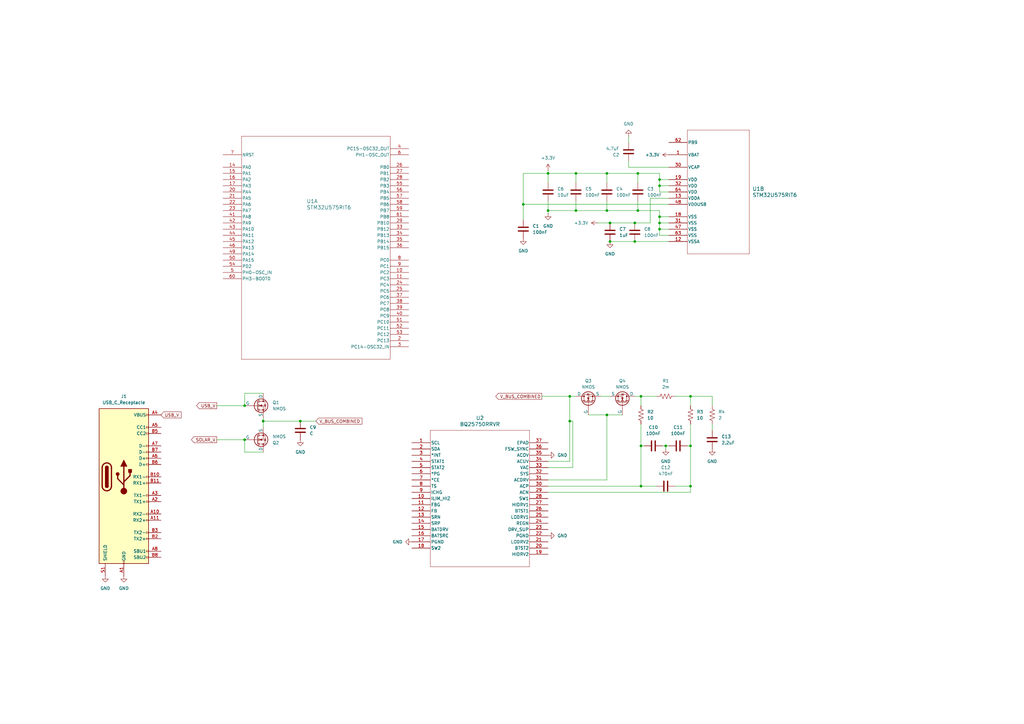
<source format=kicad_sch>
(kicad_sch (version 20250114) (generator "eeschema") (generator_version "9.0")
  (paper "A3")
  (title_block (title "InspireFly EPS Board") (date "2025-04-30") (rev "0.1") (company "InspireFly"))
  (lib_symbols
    (symbol "Connector:USB_C_Receptacle" (pin_names (offset 1.016))
      (property "Reference" "J" (at -10.16 29.21 0))
      (property "Value" "USB_C_Receptacle" (at 10.16 29.21 0))
      (symbol "USB_C_Receptacle_0_0"
        (rectangle (start -0.254 -35.56) (end 0.254 -34.544))
        (rectangle (start 10.16 25.654) (end 9.144 25.146))
        (rectangle (start 10.16 20.574) (end 9.144 20.066))
        (rectangle (start 10.16 18.034) (end 9.144 17.526))
        (rectangle (start 10.16 12.954) (end 9.144 12.446))
        (rectangle (start 10.16 10.414) (end 9.144 9.906))
        (rectangle (start 10.16 7.874) (end 9.144 7.366))
        (rectangle (start 10.16 5.334) (end 9.144 4.826))
        (rectangle (start 10.16 0.254) (end 9.144 -0.254))
        (rectangle (start 10.16 -2.286) (end 9.144 -2.794))
        (rectangle (start 10.16 -7.366) (end 9.144 -7.874))
        (rectangle (start 10.16 -9.906) (end 9.144 -10.414))
        (rectangle (start 10.16 -14.986) (end 9.144 -15.494))
        (rectangle (start 10.16 -17.526) (end 9.144 -18.034))
        (rectangle (start 10.16 -22.606) (end 9.144 -23.114))
        (rectangle (start 10.16 -25.146) (end 9.144 -25.654))
        (rectangle (start 10.16 -30.226) (end 9.144 -30.734))
        (rectangle (start 10.16 -32.766) (end 9.144 -33.274))
      )
      (symbol "USB_C_Receptacle_0_1"
        (rectangle (start -10.16 27.94) (end 10.16 -35.56) (stroke (width 0.254)) (fill (type background)))
        (polyline (pts (xy -8.89 -3.81) (xy -8.89 3.81)) (stroke (width 0.508)))
        (rectangle (start -7.62 -3.81) (end -6.35 3.81) (stroke (width 0.254)) (fill (type outline)))
        (arc (start -7.62 3.81) (mid -6.985 4.4423) (end -6.35 3.81) (stroke (width 0.254)))
        (arc (start -7.62 3.81) (mid -6.985 4.4423) (end -6.35 3.81) (stroke (width 0.254)) (fill (type outline)))
        (arc (start -8.89 3.81) (mid -6.985 5.7067) (end -5.08 3.81) (stroke (width 0.508)))
        (arc (start -5.08 -3.81) (mid -6.985 -5.7067) (end -8.89 -3.81) (stroke (width 0.508)))
        (arc (start -6.35 -3.81) (mid -6.985 -4.4423) (end -7.62 -3.81) (stroke (width 0.254)))
        (arc (start -6.35 -3.81) (mid -6.985 -4.4423) (end -7.62 -3.81) (stroke (width 0.254)) (fill (type outline)))
        (polyline (pts (xy -5.08 3.81) (xy -5.08 -3.81)) (stroke (width 0.508)))
      )
      (symbol "USB_C_Receptacle_1_1"
        (circle (center -2.54 1.143) (radius 0.635) (stroke (width 0.254)) (fill (type outline)))
        (polyline (pts (xy -1.27 4.318) (xy 0 6.858) (xy 1.27 4.318) (xy -1.27 4.318)) (stroke (width 0.254)) (fill (type outline)))
        (polyline (pts (xy 0 -2.032) (xy 2.54 0.508) (xy 2.54 1.778)) (stroke (width 0.508)))
        (polyline (pts (xy 0 -3.302) (xy -2.54 -0.762) (xy -2.54 0.508)) (stroke (width 0.508)))
        (polyline (pts (xy 0 -5.842) (xy 0 4.318)) (stroke (width 0.508)))
        (circle (center 0 -5.842) (radius 1.27) (fill (type outline)))
        (rectangle (start 1.905 1.778) (end 3.175 3.048) (stroke (width 0.254)) (fill (type outline)))
        (pin passive line (at -7.62 -40.64 90) (length 5.08) (name "SHIELD") (number "S1"))
        (pin passive line (at 0 -40.64 90) (length 5.08) (name "GND") (number "A1"))
        (pin passive line (at 0 -40.64 90) (length 5.08) (hide yes) (name "GND") (number "A12"))
        (pin passive line (at 0 -40.64 90) (length 5.08) (hide yes) (name "GND") (number "B1"))
        (pin passive line (at 0 -40.64 90) (length 5.08) (hide yes) (name "GND") (number "B12"))
        (pin passive line (at 15.24 25.4 180) (length 5.08) (name "VBUS") (number "A4"))
        (pin passive line (at 15.24 25.4 180) (length 5.08) (hide yes) (name "VBUS") (number "A9"))
        (pin passive line (at 15.24 25.4 180) (length 5.08) (hide yes) (name "VBUS") (number "B4"))
        (pin passive line (at 15.24 25.4 180) (length 5.08) (hide yes) (name "VBUS") (number "B9"))
        (pin bidirectional line (at 15.24 20.32 180) (length 5.08) (name "CC1") (number "A5"))
        (pin bidirectional line (at 15.24 17.78 180) (length 5.08) (name "CC2") (number "B5"))
        (pin bidirectional line (at 15.24 12.7 180) (length 5.08) (name "D-") (number "A7"))
        (pin bidirectional line (at 15.24 10.16 180) (length 5.08) (name "D-") (number "B7"))
        (pin bidirectional line (at 15.24 7.62 180) (length 5.08) (name "D+") (number "A6"))
        (pin bidirectional line (at 15.24 5.08 180) (length 5.08) (name "D+") (number "B6"))
        (pin bidirectional line (at 15.24 0 180) (length 5.08) (name "RX1-") (number "B10"))
        (pin bidirectional line (at 15.24 -2.54 180) (length 5.08) (name "RX1+") (number "B11"))
        (pin bidirectional line (at 15.24 -7.62 180) (length 5.08) (name "TX1-") (number "A3"))
        (pin bidirectional line (at 15.24 -10.16 180) (length 5.08) (name "TX1+") (number "A2"))
        (pin bidirectional line (at 15.24 -15.24 180) (length 5.08) (name "RX2-") (number "A10"))
        (pin bidirectional line (at 15.24 -17.78 180) (length 5.08) (name "RX2+") (number "A11"))
        (pin bidirectional line (at 15.24 -22.86 180) (length 5.08) (name "TX2-") (number "B3"))
        (pin bidirectional line (at 15.24 -25.4 180) (length 5.08) (name "TX2+") (number "B2"))
        (pin bidirectional line (at 15.24 -30.48 180) (length 5.08) (name "SBU1") (number "A8"))
        (pin bidirectional line (at 15.24 -33.02 180) (length 5.08) (name "SBU2") (number "B8"))
      )
    )
    (symbol "Device:C" (pin_numbers (hide yes)) (pin_names (offset 0.254))
      (property "Reference" "C" (at 0.635 2.54 0))
      (property "Value" "C" (at 0.635 -2.54 0))
      (symbol "C_0_1"
        (polyline (pts (xy -2.032 0.762) (xy 2.032 0.762)) (stroke (width 0.508)))
        (polyline (pts (xy -2.032 -0.762) (xy 2.032 -0.762)) (stroke (width 0.508)))
      )
      (symbol "C_1_1"
        (pin passive line (at 0 3.81 270) (length 2.794) (name "~") (number "1"))
        (pin passive line (at 0 -3.81 90) (length 2.794) (name "~") (number "2"))
      )
    )
    (symbol "Device:R_US" (pin_numbers (hide yes)) (pin_names (offset 0))
      (property "Reference" "R" (at 2.54 0 90))
      (property "Value" "R_US" (at -2.54 0 90))
      (symbol "R_US_0_1"
        (polyline (pts (xy 0 2.286) (xy 0 2.54)))
        (polyline (pts (xy 0 2.286) (xy 1.016 1.905) (xy 0 1.524) (xy -1.016 1.143) (xy 0 0.762)))
        (polyline (pts (xy 0 0.762) (xy 1.016 0.381) (xy 0 0) (xy -1.016 -0.381) (xy 0 -0.762)))
        (polyline (pts (xy 0 -0.762) (xy 1.016 -1.143) (xy 0 -1.524) (xy -1.016 -1.905) (xy 0 -2.286)))
        (polyline (pts (xy 0 -2.286) (xy 0 -2.54)))
      )
      (symbol "R_US_1_1"
        (pin passive line (at 0 3.81 270) (length 1.27) (name "~") (number "1"))
        (pin passive line (at 0 -3.81 90) (length 1.27) (name "~") (number "2"))
      )
    )
    (symbol "InspireFly-EPS-sym_lib:BQ25750RRVR" (pin_names (offset 0.254))
      (property "Reference" "U" (at 27.94 10.16 0))
      (property "Value" "BQ25750RRVR" (at 27.94 7.62 0))
      (symbol "BQ25750RRVR_0_1"
        (polyline (pts (xy 7.62 5.08) (xy 7.62 -50.8)) (stroke (width 0.127)))
        (polyline (pts (xy 7.62 -50.8) (xy 48.26 -50.8)) (stroke (width 0.127)))
        (polyline (pts (xy 48.26 5.08) (xy 7.62 5.08)) (stroke (width 0.127)))
        (polyline (pts (xy 48.26 -50.8) (xy 48.26 5.08)) (stroke (width 0.127)))
        (pin input line (at 0 0 0) (length 7.62) (name "SCL") (number "1"))
        (pin bidirectional line (at 0 -2.54 0) (length 7.62) (name "SDA") (number "2"))
        (pin output line (at 0 -5.08 0) (length 7.62) (name "*INT") (number "3"))
        (pin output line (at 0 -7.62 0) (length 7.62) (name "STAT1") (number "4"))
        (pin output line (at 0 -10.16 0) (length 7.62) (name "STAT2") (number "5"))
        (pin output line (at 0 -12.7 0) (length 7.62) (name "*PG") (number "6"))
        (pin bidirectional line (at 0 -15.24 0) (length 7.62) (name "*CE") (number "7"))
        (pin input line (at 0 -17.78 0) (length 7.62) (name "TS") (number "8"))
        (pin input line (at 0 -20.32 0) (length 7.62) (name "ICHG") (number "9"))
        (pin input line (at 0 -22.86 0) (length 7.62) (name "ILIM_HIZ") (number "10"))
        (pin input line (at 0 -25.4 0) (length 7.62) (name "FBG") (number "11"))
        (pin input line (at 0 -27.94 0) (length 7.62) (name "FB") (number "12"))
        (pin input line (at 0 -30.48 0) (length 7.62) (name "SRN") (number "13"))
        (pin input line (at 0 -33.02 0) (length 7.62) (name "SRP") (number "14"))
        (pin output line (at 0 -35.56 0) (length 7.62) (name "BATDRV") (number "15"))
        (pin input line (at 0 -38.1 0) (length 7.62) (name "BATSRC") (number "16"))
        (pin power_out line (at 0 -40.64 0) (length 7.62) (name "PGND") (number "17"))
        (pin power_in line (at 0 -43.18 0) (length 7.62) (name "SW2") (number "18"))
        (pin power_out line (at 55.88 0 180) (length 7.62) (name "EPAD") (number "37"))
        (pin power_in line (at 55.88 -2.54 180) (length 7.62) (name "FSW_SYNC") (number "36"))
        (pin input line (at 55.88 -5.08 180) (length 7.62) (name "ACOV") (number "35"))
        (pin input line (at 55.88 -7.62 180) (length 7.62) (name "ACUV") (number "34"))
        (pin input line (at 55.88 -10.16 180) (length 7.62) (name "VAC") (number "33"))
        (pin input line (at 55.88 -12.7 180) (length 7.62) (name "SYS") (number "32"))
        (pin output line (at 55.88 -15.24 180) (length 7.62) (name "ACDRV") (number "31"))
        (pin input line (at 55.88 -17.78 180) (length 7.62) (name "ACP") (number "30"))
        (pin input line (at 55.88 -20.32 180) (length 7.62) (name "ACN") (number "29"))
        (pin power_in line (at 55.88 -22.86 180) (length 7.62) (name "SW1") (number "28"))
        (pin output line (at 55.88 -25.4 180) (length 7.62) (name "HIDRV1") (number "27"))
        (pin power_in line (at 55.88 -27.94 180) (length 7.62) (name "BTST1") (number "26"))
        (pin output line (at 55.88 -30.48 180) (length 7.62) (name "LODRV1") (number "25"))
        (pin power_in line (at 55.88 -33.02 180) (length 7.62) (name "REGN") (number "24"))
        (pin power_in line (at 55.88 -35.56 180) (length 7.62) (name "DRV_SUP") (number "23"))
        (pin power_in line (at 55.88 -38.1 180) (length 7.62) (name "PGND") (number "22"))
        (pin output line (at 55.88 -40.64 180) (length 7.62) (name "LODRV2") (number "21"))
        (pin power_in line (at 55.88 -43.18 180) (length 7.62) (name "BTST2") (number "20"))
        (pin output line (at 55.88 -45.72 180) (length 7.62) (name "HIDRV2") (number "19"))
      )
    )
    (symbol "InspireFly-EPS-sym_lib:STM32U575RIT6" (pin_names (offset 0.254))
      (property "Reference" "U" (at 38.1 12.7 0))
      (property "Value" "STM32U575RIT6" (at 38.1 10.16 0))
      (symbol "STM32U575RIT6_1_1"
        (polyline (pts (xy 7.62 7.62) (xy 7.62 -83.82)) (stroke (width 0.127)))
        (polyline (pts (xy 7.62 -83.82) (xy 68.58 -83.82)) (stroke (width 0.127)))
        (polyline (pts (xy 68.58 7.62) (xy 7.62 7.62)) (stroke (width 0.127)))
        (polyline (pts (xy 68.58 -83.82) (xy 68.58 7.62)) (stroke (width 0.127)))
        (pin bidirectional line (at 0 0 0) (length 7.62) (name "NRST") (number "7"))
        (pin bidirectional line (at 0 -5.08 0) (length 7.62) (name "PA0") (number "14"))
        (pin bidirectional line (at 0 -7.62 0) (length 7.62) (name "PA1") (number "15"))
        (pin bidirectional line (at 0 -10.16 0) (length 7.62) (name "PA2") (number "16"))
        (pin bidirectional line (at 0 -12.7 0) (length 7.62) (name "PA3") (number "17"))
        (pin bidirectional line (at 0 -15.24 0) (length 7.62) (name "PA4") (number "20"))
        (pin bidirectional line (at 0 -17.78 0) (length 7.62) (name "PA5") (number "21"))
        (pin bidirectional line (at 0 -20.32 0) (length 7.62) (name "PA6") (number "22"))
        (pin bidirectional line (at 0 -22.86 0) (length 7.62) (name "PA7") (number "23"))
        (pin bidirectional line (at 0 -25.4 0) (length 7.62) (name "PA8") (number "41"))
        (pin bidirectional line (at 0 -27.94 0) (length 7.62) (name "PA9") (number "42"))
        (pin bidirectional line (at 0 -30.48 0) (length 7.62) (name "PA10") (number "43"))
        (pin bidirectional line (at 0 -33.02 0) (length 7.62) (name "PA11") (number "44"))
        (pin bidirectional line (at 0 -35.56 0) (length 7.62) (name "PA12") (number "45"))
        (pin bidirectional line (at 0 -38.1 0) (length 7.62) (name "PA13") (number "46"))
        (pin bidirectional line (at 0 -40.64 0) (length 7.62) (name "PA14") (number "49"))
        (pin bidirectional line (at 0 -43.18 0) (length 7.62) (name "PA15") (number "50"))
        (pin bidirectional line (at 0 -45.72 0) (length 7.62) (name "PD2") (number "54"))
        (pin bidirectional line (at 0 -48.26 0) (length 7.62) (name "PH0-OSC_IN") (number "5"))
        (pin bidirectional line (at 0 -50.8 0) (length 7.62) (name "PH3-BOOT0") (number "60"))
        (pin bidirectional line (at 76.2 2.54 180) (length 7.62) (name "PC15-OSC32_OUT") (number "4"))
        (pin bidirectional line (at 76.2 0 180) (length 7.62) (name "PH1-OSC_OUT") (number "6"))
        (pin bidirectional line (at 76.2 -5.08 180) (length 7.62) (name "PB0") (number "26"))
        (pin bidirectional line (at 76.2 -7.62 180) (length 7.62) (name "PB1") (number "27"))
        (pin bidirectional line (at 76.2 -10.16 180) (length 7.62) (name "PB2") (number "28"))
        (pin bidirectional line (at 76.2 -12.7 180) (length 7.62) (name "PB3") (number "55"))
        (pin bidirectional line (at 76.2 -15.24 180) (length 7.62) (name "PB4") (number "56"))
        (pin bidirectional line (at 76.2 -17.78 180) (length 7.62) (name "PB5") (number "57"))
        (pin bidirectional line (at 76.2 -20.32 180) (length 7.62) (name "PB6") (number "58"))
        (pin bidirectional line (at 76.2 -22.86 180) (length 7.62) (name "PB7") (number "59"))
        (pin bidirectional line (at 76.2 -25.4 180) (length 7.62) (name "PB8") (number "61"))
        (pin bidirectional line (at 76.2 -27.94 180) (length 7.62) (name "PB10") (number "29"))
        (pin bidirectional line (at 76.2 -30.48 180) (length 7.62) (name "PB12") (number "33"))
        (pin bidirectional line (at 76.2 -33.02 180) (length 7.62) (name "PB13") (number "34"))
        (pin bidirectional line (at 76.2 -35.56 180) (length 7.62) (name "PB14") (number "35"))
        (pin bidirectional line (at 76.2 -38.1 180) (length 7.62) (name "PB15") (number "36"))
        (pin bidirectional line (at 76.2 -43.18 180) (length 7.62) (name "PC0") (number "8"))
        (pin bidirectional line (at 76.2 -45.72 180) (length 7.62) (name "PC1") (number "9"))
        (pin bidirectional line (at 76.2 -48.26 180) (length 7.62) (name "PC2") (number "10"))
        (pin bidirectional line (at 76.2 -50.8 180) (length 7.62) (name "PC3") (number "11"))
        (pin bidirectional line (at 76.2 -53.34 180) (length 7.62) (name "PC4") (number "24"))
        (pin bidirectional line (at 76.2 -55.88 180) (length 7.62) (name "PC5") (number "25"))
        (pin bidirectional line (at 76.2 -58.42 180) (length 7.62) (name "PC6") (number "37"))
        (pin bidirectional line (at 76.2 -60.96 180) (length 7.62) (name "PC7") (number "38"))
        (pin bidirectional line (at 76.2 -63.5 180) (length 7.62) (name "PC8") (number "39"))
        (pin bidirectional line (at 76.2 -66.04 180) (length 7.62) (name "PC9") (number "40"))
        (pin bidirectional line (at 76.2 -68.58 180) (length 7.62) (name "PC10") (number "51"))
        (pin bidirectional line (at 76.2 -71.12 180) (length 7.62) (name "PC11") (number "52"))
        (pin bidirectional line (at 76.2 -73.66 180) (length 7.62) (name "PC12") (number "53"))
        (pin bidirectional line (at 76.2 -76.2 180) (length 7.62) (name "PC13") (number "2"))
        (pin bidirectional line (at 76.2 -78.74 180) (length 7.62) (name "PC14-OSC32_IN") (number "3"))
      )
      (symbol "STM32U575RIT6_2_1"
        (polyline (pts (xy 7.62 5.08) (xy 7.62 -45.72)) (stroke (width 0.127)))
        (polyline (pts (xy 7.62 -45.72) (xy 33.02 -45.72)) (stroke (width 0.127)))
        (polyline (pts (xy 33.02 5.08) (xy 7.62 5.08)) (stroke (width 0.127)))
        (polyline (pts (xy 33.02 -45.72) (xy 33.02 5.08)) (stroke (width 0.127)))
        (pin bidirectional line (at 0 0 0) (length 7.62) (name "PB9") (number "62"))
        (pin power_in line (at 0 -5.08 0) (length 7.62) (name "VBAT") (number "1"))
        (pin power_in line (at 0 -10.16 0) (length 7.62) (name "VCAP") (number "30"))
        (pin power_in line (at 0 -15.24 0) (length 7.62) (name "VDD") (number "19"))
        (pin power_in line (at 0 -17.78 0) (length 7.62) (name "VDD") (number "32"))
        (pin power_in line (at 0 -20.32 0) (length 7.62) (name "VDD") (number "64"))
        (pin power_in line (at 0 -22.86 0) (length 7.62) (name "VDDA") (number "13"))
        (pin power_in line (at 0 -25.4 0) (length 7.62) (name "VDDUSB") (number "48"))
        (pin power_in line (at 0 -30.48 0) (length 7.62) (name "VSS") (number "18"))
        (pin power_in line (at 0 -33.02 0) (length 7.62) (name "VSS") (number "31"))
        (pin power_in line (at 0 -35.56 0) (length 7.62) (name "VSS") (number "47"))
        (pin power_in line (at 0 -38.1 0) (length 7.62) (name "VSS") (number "63"))
        (pin power_in line (at 0 -40.64 0) (length 7.62) (name "VSSA") (number "12"))
      )
    )
    (symbol "Simulation_SPICE:NMOS" (pin_numbers (hide yes)) (pin_names (offset 0))
      (property "Reference" "Q" (at 5.08 1.27 0))
      (property "Value" "NMOS" (at 5.08 -1.27 0))
      (symbol "NMOS_0_1"
        (polyline (pts (xy 0.254 1.905) (xy 0.254 -1.905)) (stroke (width 0.254)))
        (polyline (pts (xy 0.254 0) (xy -2.54 0)))
        (polyline (pts (xy 0.762 2.286) (xy 0.762 1.27)) (stroke (width 0.254)))
        (polyline (pts (xy 0.762 0.508) (xy 0.762 -0.508)) (stroke (width 0.254)))
        (polyline (pts (xy 0.762 -1.27) (xy 0.762 -2.286)) (stroke (width 0.254)))
        (polyline (pts (xy 0.762 -1.778) (xy 3.302 -1.778) (xy 3.302 1.778) (xy 0.762 1.778)))
        (polyline (pts (xy 1.016 0) (xy 2.032 0.381) (xy 2.032 -0.381) (xy 1.016 0)) (fill (type outline)))
        (circle (center 1.651 0) (radius 2.794) (stroke (width 0.254)))
        (polyline (pts (xy 2.54 2.54) (xy 2.54 1.778)))
        (circle (center 2.54 1.778) (radius 0.254) (fill (type outline)))
        (circle (center 2.54 -1.778) (radius 0.254) (fill (type outline)))
        (polyline (pts (xy 2.54 -2.54) (xy 2.54 0) (xy 0.762 0)))
        (polyline (pts (xy 2.794 0.508) (xy 2.921 0.381) (xy 3.683 0.381) (xy 3.81 0.254)))
        (polyline (pts (xy 3.302 0.381) (xy 2.921 -0.254) (xy 3.683 -0.254) (xy 3.302 0.381)))
      )
      (symbol "NMOS_1_1"
        (pin input line (at -5.08 0 0) (length 2.54) (name "G") (number "2"))
        (pin passive line (at 2.54 5.08 270) (length 2.54) (name "D") (number "1"))
        (pin passive line (at 2.54 -5.08 90) (length 2.54) (name "S") (number "3"))
      )
    )
    (symbol "power:+3.3V" (power) (pin_numbers (hide yes)) (pin_names (offset 0) (hide yes))
      (property "Value" "+3.3V" (at 0 3.556 0))
      (symbol "+3.3V_0_1"
        (polyline (pts (xy -0.762 1.27) (xy 0 2.54)))
        (polyline (pts (xy 0 2.54) (xy 0.762 1.27)))
        (polyline (pts (xy 0 0) (xy 0 2.54)))
      )
      (symbol "+3.3V_1_1"
        (pin power_in line (at 0 0 90) (length 0) (name "~") (number "1"))
      )
    )
    (symbol "power:GND" (power) (pin_numbers (hide yes)) (pin_names (offset 0) (hide yes))
      (property "Value" "GND" (at 0 -3.81 0))
      (symbol "GND_0_1"
        (polyline (pts (xy 0 0) (xy 0 -1.27) (xy 1.27 -1.27) (xy 0 -2.54) (xy -1.27 -1.27) (xy 0 -1.27)))
      )
      (symbol "GND_1_1"
        (pin power_in line (at 0 0 270) (length 0) (name "~") (number "1"))
      )
    )
  )
  (junction (at 236.22 71.12))
  (junction (at 270.51 88.9))
  (junction (at 248.92 86.36))
  (junction (at 262.89 182.88))
  (junction (at 250.19 99.06))
  (junction (at 233.68 162.56))
  (junction (at 250.19 91.44))
  (junction (at 270.51 73.66))
  (junction (at 261.62 86.36))
  (junction (at 236.22 86.36))
  (junction (at 283.21 199.39))
  (junction (at 270.51 91.44))
  (junction (at 233.68 172.72))
  (junction (at 224.79 71.12))
  (junction (at 262.89 199.39))
  (junction (at 283.21 162.56))
  (junction (at 270.51 76.2))
  (junction (at 261.62 71.12))
  (junction (at 100.33 180.34))
  (junction (at 283.21 182.88))
  (junction (at 100.33 166.37))
  (junction (at 262.89 162.56))
  (junction (at 270.51 93.98))
  (junction (at 273.05 182.88))
  (junction (at 260.35 91.44))
  (junction (at 224.79 86.36))
  (junction (at 107.95 172.72))
  (junction (at 248.92 170.18))
  (junction (at 248.92 71.12))
  (junction (at 260.35 99.06))
  (junction (at 214.63 83.82))
  (junction (at 123.19 172.72))
  (wire (pts (xy 270.51 96.52) (xy 274.32 96.52)))
  (wire (pts (xy 107.95 172.72) (xy 123.19 172.72)))
  (wire (pts (xy 270.51 93.98) (xy 270.51 96.52)))
  (wire (pts (xy 260.35 99.06) (xy 274.32 99.06)))
  (wire (pts (xy 234.95 191.77) (xy 234.95 172.72)))
  (wire (pts (xy 236.22 71.12) (xy 248.92 71.12)))
  (wire (pts (xy 262.89 162.56) (xy 262.89 166.37)))
  (wire (pts (xy 248.92 71.12) (xy 261.62 71.12)))
  (wire (pts (xy 274.32 81.28) (xy 266.7 81.28)))
  (wire (pts (xy 224.79 86.36) (xy 236.22 86.36)))
  (wire (pts (xy 270.51 91.44) (xy 270.51 93.98)))
  (wire (pts (xy 262.89 199.39) (xy 269.24 199.39)))
  (wire (pts (xy 250.19 91.44) (xy 260.35 91.44)))
  (wire (pts (xy 283.21 166.37) (xy 283.21 162.56)))
  (wire (pts (xy 270.51 91.44) (xy 274.32 91.44)))
  (wire (pts (xy 262.89 173.99) (xy 262.89 182.88)))
  (wire (pts (xy 100.33 161.29) (xy 100.33 166.37)))
  (wire (pts (xy 248.92 86.36) (xy 261.62 86.36)))
  (wire (pts (xy 248.92 170.18) (xy 255.27 170.18)))
  (wire (pts (xy 88.9 166.37) (xy 100.33 166.37)))
  (wire (pts (xy 248.92 196.85) (xy 224.79 196.85)))
  (wire (pts (xy 214.63 71.12) (xy 214.63 83.82)))
  (wire (pts (xy 283.21 182.88) (xy 283.21 173.99)))
  (wire (pts (xy 246.38 162.56) (xy 250.19 162.56)))
  (wire (pts (xy 292.1 173.99) (xy 292.1 176.53)))
  (wire (pts (xy 283.21 199.39) (xy 276.86 199.39)))
  (wire (pts (xy 224.79 69.85) (xy 224.79 71.12)))
  (wire (pts (xy 274.32 78.74) (xy 270.51 78.74)))
  (wire (pts (xy 224.79 71.12) (xy 236.22 71.12)))
  (wire (pts (xy 283.21 182.88) (xy 283.21 199.39)))
  (wire (pts (xy 107.95 185.42) (xy 100.33 185.42)))
  (wire (pts (xy 273.05 182.88) (xy 274.32 182.88)))
  (wire (pts (xy 274.32 88.9) (xy 270.51 88.9)))
  (wire (pts (xy 270.51 71.12) (xy 270.51 73.66)))
  (wire (pts (xy 224.79 71.12) (xy 214.63 71.12)))
  (wire (pts (xy 270.51 76.2) (xy 274.32 76.2)))
  (wire (pts (xy 261.62 71.12) (xy 261.62 74.93)))
  (wire (pts (xy 236.22 82.55) (xy 236.22 86.36)))
  (wire (pts (xy 257.81 66.04) (xy 257.81 68.58)))
  (wire (pts (xy 248.92 170.18) (xy 248.92 196.85)))
  (wire (pts (xy 224.79 191.77) (xy 234.95 191.77)))
  (wire (pts (xy 270.51 73.66) (xy 274.32 73.66)))
  (wire (pts (xy 262.89 162.56) (xy 269.24 162.56)))
  (wire (pts (xy 233.68 162.56) (xy 233.68 172.72)))
  (wire (pts (xy 270.51 93.98) (xy 274.32 93.98)))
  (wire (pts (xy 123.19 172.72) (xy 129.54 172.72)))
  (wire (pts (xy 214.63 83.82) (xy 274.32 83.82)))
  (wire (pts (xy 261.62 71.12) (xy 270.51 71.12)))
  (wire (pts (xy 270.51 78.74) (xy 270.51 76.2)))
  (wire (pts (xy 107.95 171.45) (xy 107.95 172.72)))
  (wire (pts (xy 250.19 99.06) (xy 260.35 99.06)))
  (wire (pts (xy 270.51 76.2) (xy 270.51 73.66)))
  (wire (pts (xy 245.11 91.44) (xy 250.19 91.44)))
  (wire (pts (xy 262.89 182.88) (xy 264.16 182.88)))
  (wire (pts (xy 224.79 71.12) (xy 224.79 74.93)))
  (wire (pts (xy 261.62 86.36) (xy 270.51 86.36)))
  (wire (pts (xy 261.62 82.55) (xy 261.62 86.36)))
  (wire (pts (xy 233.68 172.72) (xy 233.68 189.23)))
  (wire (pts (xy 276.86 162.56) (xy 283.21 162.56)))
  (wire (pts (xy 224.79 82.55) (xy 224.79 86.36)))
  (wire (pts (xy 257.81 68.58) (xy 274.32 68.58)))
  (wire (pts (xy 222.25 162.56) (xy 233.68 162.56)))
  (wire (pts (xy 214.63 83.82) (xy 214.63 90.17)))
  (wire (pts (xy 281.94 182.88) (xy 283.21 182.88)))
  (wire (pts (xy 224.79 86.36) (xy 224.79 87.63)))
  (wire (pts (xy 257.81 55.88) (xy 257.81 58.42)))
  (wire (pts (xy 236.22 86.36) (xy 248.92 86.36)))
  (wire (pts (xy 100.33 185.42) (xy 100.33 180.34)))
  (wire (pts (xy 283.21 162.56) (xy 292.1 162.56)))
  (wire (pts (xy 270.51 88.9) (xy 270.51 91.44)))
  (wire (pts (xy 283.21 199.39) (xy 283.21 201.93)))
  (wire (pts (xy 292.1 162.56) (xy 292.1 166.37)))
  (wire (pts (xy 260.35 91.44) (xy 266.7 91.44)))
  (wire (pts (xy 260.35 162.56) (xy 262.89 162.56)))
  (wire (pts (xy 266.7 81.28) (xy 266.7 91.44)))
  (wire (pts (xy 262.89 182.88) (xy 262.89 199.39)))
  (wire (pts (xy 273.05 182.88) (xy 273.05 184.15)))
  (wire (pts (xy 224.79 199.39) (xy 262.89 199.39)))
  (wire (pts (xy 233.68 162.56) (xy 236.22 162.56)))
  (wire (pts (xy 236.22 71.12) (xy 236.22 74.93)))
  (wire (pts (xy 233.68 189.23) (xy 224.79 189.23)))
  (wire (pts (xy 233.68 172.72) (xy 234.95 172.72)))
  (wire (pts (xy 271.78 182.88) (xy 273.05 182.88)))
  (wire (pts (xy 107.95 161.29) (xy 100.33 161.29)))
  (wire (pts (xy 107.95 172.72) (xy 107.95 175.26)))
  (wire (pts (xy 224.79 201.93) (xy 283.21 201.93)))
  (wire (pts (xy 241.3 170.18) (xy 248.92 170.18)))
  (wire (pts (xy 248.92 71.12) (xy 248.92 74.93)))
  (wire (pts (xy 270.51 86.36) (xy 270.51 88.9)))
  (wire (pts (xy 248.92 82.55) (xy 248.92 86.36)))
  (wire (pts (xy 88.9 180.34) (xy 100.33 180.34)))
  (global_label "V_BUS_COMBINED" (shape output) (at 222.25 162.56 180) (property "Intersheetrefs" "${INTERSHEET_REFS}" (effects (hide yes))))
  (global_label "USB_V" (shape output) (at 88.9 166.37 180) (property "Intersheetrefs" "${INTERSHEET_REFS}" (effects (hide yes))))
  (global_label "SOLAR_V" (shape output) (at 88.9 180.34 180) (property "Intersheetrefs" "${INTERSHEET_REFS}" (effects (hide yes))))
  (global_label "USB_V" (shape input) (at 66.04 170.18 0) (property "Intersheetrefs" "${INTERSHEET_REFS}" (effects (hide yes))))
  (global_label "V_BUS_COMBINED" (shape input) (at 129.54 172.72 0) (property "Intersheetrefs" "${INTERSHEET_REFS}" (effects (hide yes))))
  (symbol (lib_id "Device:C") (at 123.19 176.53 0) (unit 1)
    (property "Reference" "C9" (at 127 175.2599 0) (effects (justify left)))
    (property "Value" "C" (at 127 177.7999 0) (effects (justify left)))
    (property "Description" "Unpolarized capacitor" (effects (hide yes)))
  )
  (symbol (lib_id "Device:R_US") (at 262.89 170.18 0) (unit 1)
    (property "Reference" "R2" (at 265.43 168.9099 0) (effects (justify left)))
    (property "Value" "10" (at 265.43 171.4499 0) (effects (justify left)))
    (property "Description" "Resistor, US symbol" (effects (hide yes)))
  )
  (symbol (lib_id "power:GND") (at 123.19 180.34 0) (unit 1)
    (property "Reference" "#PWR014" (effects (hide yes)))
    (property "Value" "GND" (at 123.19 185.42 0))
    (property "Description" "Power symbol creates a global label with name \"GND\" , ground" (effects (hide yes)))
  )
  (symbol (lib_id "power:GND") (at 168.91 222.25 270) (unit 1)
    (property "Reference" "#PWR012" (effects (hide yes)))
    (property "Value" "GND" (at 165.1 222.2499 90) (effects (justify right)))
    (property "Description" "Power symbol creates a global label with name \"GND\" , ground" (effects (hide yes)))
  )
  (symbol (lib_id "Device:C") (at 250.19 95.25 0) (unit 1)
    (property "Reference" "C7" (at 254 93.9799 0) (effects (justify left)))
    (property "Value" "1uF" (at 254 96.5199 0) (effects (justify left)))
    (property "Description" "Unpolarized capacitor" (effects (hide yes)))
  )
  (symbol (lib_id "Device:C") (at 261.62 78.74 0) (unit 1)
    (property "Reference" "C3" (at 265.43 77.4699 0) (effects (justify left)))
    (property "Value" "100nF" (at 265.43 80.0099 0) (effects (justify left)))
    (property "Description" "Unpolarized capacitor" (effects (hide yes)))
  )
  (symbol (lib_id "power:GND") (at 292.1 184.15 0) (unit 1)
    (property "Reference" "#PWR016" (effects (hide yes)))
    (property "Value" "GND" (at 292.1 189.23 0))
    (property "Description" "Power symbol creates a global label with name \"GND\" , ground" (effects (hide yes)))
  )
  (symbol (lib_id "InspireFly-EPS-sym_lib:STM32U575RIT6") (at 91.44 63.5 0) (unit 1)
    (property "Reference" "U1" (at 125.73 82.5499 0) (effects (font (size 1.524 1.524)) (justify left)))
    (property "Value" "STM32U575RIT6" (at 125.73 85.0899 0) (effects (font (size 1.524 1.524)) (justify left)))
    (property "Footprint" "LQFP64-10x10mm_STM" (effects (hide yes)))
    (property "Datasheet" "STM32U575RIT6" (effects (hide yes)))
  )
  (symbol (lib_id "power:+3.3V") (at 245.11 91.44 90) (unit 1)
    (property "Reference" "#PWR07" (effects (hide yes)))
    (property "Value" "+3.3V" (at 241.3 91.4399 90) (effects (justify left)))
    (property "Description" "Power symbol creates a global label with name \"+3.3V\"" (effects (hide yes)))
  )
  (symbol (lib_id "Simulation_SPICE:NMOS") (at 105.41 166.37 0) (unit 1)
    (property "Reference" "Q1" (at 111.76 165.0999 0) (effects (justify left)))
    (property "Value" "NMOS" (at 111.76 167.6399 0) (effects (justify left)))
    (property "Datasheet" "https://ngspice.sourceforge.io/docs/ngspice-html-manual/manual.xhtml#cha_MOSFETs" (effects (hide yes)))
    (property "Description" "N-MOSFET transistor, drain/source/gate" (effects (hide yes)))
    (property "Sim.Device" "NMOS" (effects (hide yes)))
    (property "Sim.Type" "VDMOS" (effects (hide yes)))
    (property "Sim.Pins" "1=D 2=G 3=S" (effects (hide yes)))
  )
  (symbol (lib_id "Simulation_SPICE:NMOS") (at 255.27 165.1 270) (mirror x) (unit 1)
    (property "Reference" "Q4" (at 255.27 156.21 90))
    (property "Value" "NMOS" (at 255.27 158.75 90))
    (property "Datasheet" "https://ngspice.sourceforge.io/docs/ngspice-html-manual/manual.xhtml#cha_MOSFETs" (effects (hide yes)))
    (property "Description" "N-MOSFET transistor, drain/source/gate" (effects (hide yes)))
    (property "Sim.Device" "NMOS" (effects (hide yes)))
    (property "Sim.Type" "VDMOS" (effects (hide yes)))
    (property "Sim.Pins" "1=D 2=G 3=S" (effects (hide yes)))
  )
  (symbol (lib_id "Simulation_SPICE:NMOS") (at 105.41 180.34 0) (mirror x) (unit 1)
    (property "Reference" "Q2" (at 111.76 181.6101 0) (effects (justify left)))
    (property "Value" "NMOS" (at 111.76 179.0701 0) (effects (justify left)))
    (property "Datasheet" "https://ngspice.sourceforge.io/docs/ngspice-html-manual/manual.xhtml#cha_MOSFETs" (effects (hide yes)))
    (property "Description" "N-MOSFET transistor, drain/source/gate" (effects (hide yes)))
    (property "Sim.Device" "NMOS" (effects (hide yes)))
    (property "Sim.Type" "VDMOS" (effects (hide yes)))
    (property "Sim.Pins" "1=D 2=G 3=S" (effects (hide yes)))
  )
  (symbol (lib_id "Simulation_SPICE:NMOS") (at 241.3 165.1 90) (unit 1)
    (property "Reference" "Q3" (at 241.3 156.21 90))
    (property "Value" "NMOS" (at 241.3 158.75 90))
    (property "Datasheet" "https://ngspice.sourceforge.io/docs/ngspice-html-manual/manual.xhtml#cha_MOSFETs" (effects (hide yes)))
    (property "Description" "N-MOSFET transistor, drain/source/gate" (effects (hide yes)))
    (property "Sim.Device" "NMOS" (effects (hide yes)))
    (property "Sim.Type" "VDMOS" (effects (hide yes)))
    (property "Sim.Pins" "1=D 2=G 3=S" (effects (hide yes)))
  )
  (symbol (lib_id "Device:C") (at 278.13 182.88 90) (unit 1)
    (property "Reference" "C11" (at 278.13 175.26 90))
    (property "Value" "100nF" (at 278.13 177.8 90))
    (property "Description" "Unpolarized capacitor" (effects (hide yes)))
  )
  (symbol (lib_id "InspireFly-EPS-sym_lib:STM32U575RIT6") (at 274.32 58.42 0) (unit 2)
    (property "Reference" "U1" (at 308.61 77.4699 0) (effects (font (size 1.524 1.524)) (justify left)))
    (property "Value" "STM32U575RIT6" (at 308.61 80.0099 0) (effects (font (size 1.524 1.524)) (justify left)))
    (property "Footprint" "LQFP64-10x10mm_STM" (effects (hide yes)))
    (property "Datasheet" "STM32U575RIT6" (effects (hide yes)))
  )
  (symbol (lib_id "Device:C") (at 236.22 78.74 0) (unit 1)
    (property "Reference" "C5" (at 240.03 77.4699 0) (effects (justify left)))
    (property "Value" "100nF" (at 240.03 80.0099 0) (effects (justify left)))
    (property "Description" "Unpolarized capacitor" (effects (hide yes)))
  )
  (symbol (lib_id "power:GND") (at 257.81 55.88 180) (unit 1)
    (property "Reference" "#PWR03" (effects (hide yes)))
    (property "Value" "GND" (at 257.81 50.8 0))
    (property "Description" "Power symbol creates a global label with name \"GND\" , ground" (effects (hide yes)))
  )
  (symbol (lib_id "Device:C") (at 248.92 78.74 0) (unit 1)
    (property "Reference" "C4" (at 252.73 77.4699 0) (effects (justify left)))
    (property "Value" "100nF" (at 252.73 80.0099 0) (effects (justify left)))
    (property "Description" "Unpolarized capacitor" (effects (hide yes)))
  )
  (symbol (lib_id "Device:R_US") (at 273.05 162.56 90) (unit 1)
    (property "Reference" "R1" (at 273.05 156.21 90))
    (property "Value" "2m" (at 273.05 158.75 90))
    (property "Description" "Resistor, US symbol" (effects (hide yes)))
  )
  (symbol (lib_id "Device:R_US") (at 283.21 170.18 0) (unit 1)
    (property "Reference" "R3" (at 285.75 168.9099 0) (effects (justify left)))
    (property "Value" "10" (at 285.75 171.4499 0) (effects (justify left)))
    (property "Description" "Resistor, US symbol" (effects (hide yes)))
  )
  (symbol (lib_id "power:GND") (at 273.05 184.15 0) (unit 1)
    (property "Reference" "#PWR015" (effects (hide yes)))
    (property "Value" "GND" (at 273.05 189.23 0))
    (property "Description" "Power symbol creates a global label with name \"GND\" , ground" (effects (hide yes)))
  )
  (symbol (lib_id "power:GND") (at 224.79 87.63 0) (unit 1)
    (property "Reference" "#PWR04" (effects (hide yes)))
    (property "Value" "GND" (at 224.79 92.71 0))
    (property "Description" "Power symbol creates a global label with name \"GND\" , ground" (effects (hide yes)))
  )
  (symbol (lib_id "power:+3.3V") (at 224.79 69.85 0) (unit 1)
    (property "Reference" "#PWR05" (effects (hide yes)))
    (property "Value" "+3.3V" (at 224.79 64.77 0))
    (property "Description" "Power symbol creates a global label with name \"+3.3V\"" (effects (hide yes)))
  )
  (symbol (lib_id "Device:C") (at 214.63 93.98 0) (unit 1)
    (property "Reference" "C1" (at 218.44 92.7099 0) (effects (justify left)))
    (property "Value" "100nF" (at 218.44 95.2499 0) (effects (justify left)))
    (property "Description" "Unpolarized capacitor" (effects (hide yes)))
  )
  (symbol (lib_id "Device:C") (at 273.05 199.39 90) (unit 1)
    (property "Reference" "C12" (at 273.05 191.77 90))
    (property "Value" "470nF" (at 273.05 194.31 90))
    (property "Description" "Unpolarized capacitor" (effects (hide yes)))
  )
  (symbol (lib_id "power:GND") (at 250.19 99.06 0) (unit 1)
    (property "Reference" "#PWR06" (effects (hide yes)))
    (property "Value" "GND" (at 250.19 104.14 0))
    (property "Description" "Power symbol creates a global label with name \"GND\" , ground" (effects (hide yes)))
  )
  (symbol (lib_id "power:GND") (at 224.79 186.69 90) (unit 1)
    (property "Reference" "#PWR011" (effects (hide yes)))
    (property "Value" "GND" (at 228.6 186.6899 90) (effects (justify right)))
    (property "Description" "Power symbol creates a global label with name \"GND\" , ground" (effects (hide yes)))
  )
  (symbol (lib_id "power:GND") (at 214.63 97.79 0) (unit 1)
    (property "Reference" "#PWR02" (effects (hide yes)))
    (property "Value" "GND" (at 214.63 102.87 0))
    (property "Description" "Power symbol creates a global label with name \"GND\" , ground" (effects (hide yes)))
  )
  (symbol (lib_id "power:GND") (at 50.8 236.22 0) (unit 1)
    (property "Reference" "#PWR09" (effects (hide yes)))
    (property "Value" "GND" (at 50.8 241.3 0))
    (property "Description" "Power symbol creates a global label with name \"GND\" , ground" (effects (hide yes)))
  )
  (symbol (lib_id "Device:C") (at 224.79 78.74 0) (unit 1)
    (property "Reference" "C6" (at 228.6 77.4699 0) (effects (justify left)))
    (property "Value" "10uF" (at 228.6 80.0099 0) (effects (justify left)))
    (property "Description" "Unpolarized capacitor" (effects (hide yes)))
  )
  (symbol (lib_id "Device:R_US") (at 292.1 170.18 0) (unit 1)
    (property "Reference" "R4" (at 294.64 168.9099 0) (effects (justify left)))
    (property "Value" "2" (at 294.64 171.4499 0) (effects (justify left)))
    (property "Description" "Resistor, US symbol" (effects (hide yes)))
  )
  (symbol (lib_id "Device:C") (at 260.35 95.25 0) (unit 1)
    (property "Reference" "C8" (at 264.16 93.9799 0) (effects (justify left)))
    (property "Value" "100nF" (at 264.16 96.5199 0) (effects (justify left)))
    (property "Description" "Unpolarized capacitor" (effects (hide yes)))
  )
  (symbol (lib_id "Device:C") (at 267.97 182.88 90) (unit 1)
    (property "Reference" "C10" (at 267.97 175.26 90))
    (property "Value" "100nF" (at 267.97 177.8 90))
    (property "Description" "Unpolarized capacitor" (effects (hide yes)))
  )
  (symbol (lib_id "Device:C") (at 292.1 180.34 0) (unit 1)
    (property "Reference" "C13" (at 295.91 179.0699 0) (effects (justify left)))
    (property "Value" "2.2uF" (at 295.91 181.6099 0) (effects (justify left)))
    (property "Description" "Unpolarized capacitor" (effects (hide yes)))
  )
  (symbol (lib_id "power:+3.3V") (at 274.32 63.5 90) (unit 1)
    (property "Reference" "#PWR01" (effects (hide yes)))
    (property "Value" "+3.3V" (at 270.51 63.4999 90) (effects (justify left)))
    (property "Description" "Power symbol creates a global label with name \"+3.3V\"" (effects (hide yes)))
  )
  (symbol (lib_id "power:GND") (at 224.79 219.71 90) (unit 1)
    (property "Reference" "#PWR013" (effects (hide yes)))
    (property "Value" "GND" (at 228.6 219.7099 90) (effects (justify right)))
    (property "Description" "Power symbol creates a global label with name \"GND\" , ground" (effects (hide yes)))
  )
  (symbol (lib_id "Device:C") (at 257.81 62.23 180) (unit 1)
    (property "Reference" "C2" (at 254 63.5001 0) (effects (justify left)))
    (property "Value" "4.7uF" (at 254 60.9601 0) (effects (justify left)))
    (property "Description" "Unpolarized capacitor" (effects (hide yes)))
  )
  (symbol (lib_id "InspireFly-EPS-sym_lib:BQ25750RRVR") (at 168.91 181.61 0) (unit 1)
    (property "Reference" "U2" (at 196.85 171.45 0) (effects (font (size 1.524 1.524))))
    (property "Value" "BQ25750RRVR" (at 196.85 173.99 0) (effects (font (size 1.524 1.524))))
    (property "Footprint" "VQFN36_RRV_TEX" (effects (hide yes)))
    (property "Datasheet" "BQ25750RRVR" (effects (hide yes)))
  )
  (symbol (lib_id "Connector:USB_C_Receptacle") (at 50.8 195.58 0) (unit 1)
    (property "Reference" "J1" (at 50.8 162.56 0))
    (property "Value" "USB_C_Receptacle" (at 50.8 165.1 0))
    (property "Datasheet" "https://www.usb.org/sites/default/files/documents/usb_type-c.zip" (effects (hide yes)))
    (property "Description" "USB Full-Featured Type-C Receptacle connector" (effects (hide yes)))
  )
  (symbol (lib_id "power:GND") (at 43.18 236.22 0) (unit 1)
    (property "Reference" "#PWR010" (effects (hide yes)))
    (property "Value" "GND" (at 43.18 241.3 0))
    (property "Description" "Power symbol creates a global label with name \"GND\" , ground" (effects (hide yes)))
  )
)
</source>
